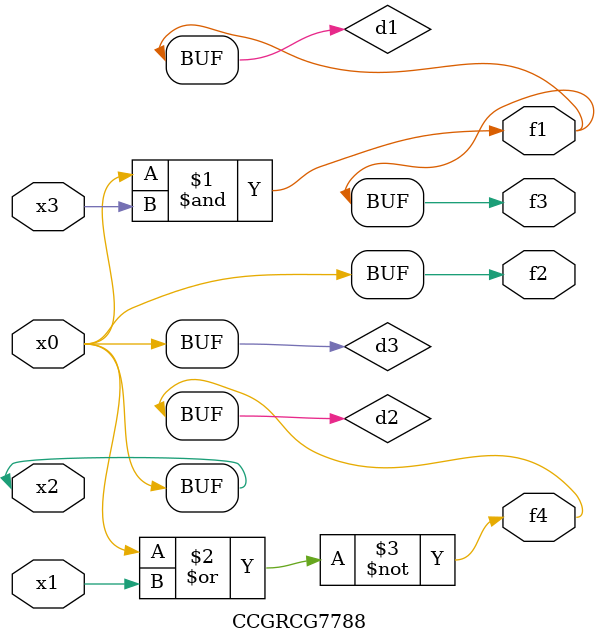
<source format=v>
module CCGRCG7788(
	input x0, x1, x2, x3,
	output f1, f2, f3, f4
);

	wire d1, d2, d3;

	and (d1, x2, x3);
	nor (d2, x0, x1);
	buf (d3, x0, x2);
	assign f1 = d1;
	assign f2 = d3;
	assign f3 = d1;
	assign f4 = d2;
endmodule

</source>
